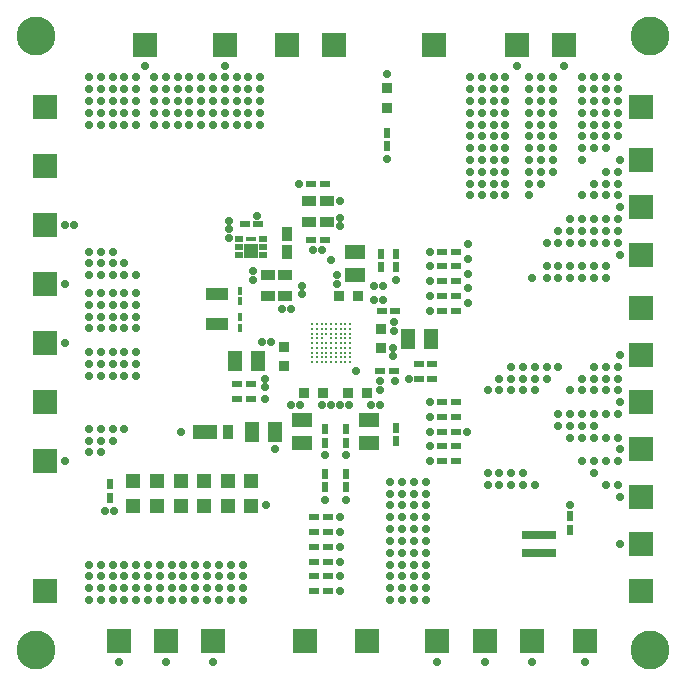
<source format=gts>
G04 ================== begin FILE IDENTIFICATION RECORD ==================*
G04 Layout Name:  BD71815GW_v4.brd*
G04 Film Name:    57537-BD71815GW_v4.gts*
G04 File Format:  Gerber RS274X*
G04 File Origin:  Cadence Allegro 16.6-S012*
G04 Origin Date:  Tue Feb 02 09:15:57 2016*
G04 *
G04 Layer:  VIA CLASS/SOLDERMASK_TOP*
G04 Layer:  PIN/SOLDERMASK_TOP*
G04 Layer:  PACKAGE GEOMETRY/SOLDERMASK_TOP*
G04 *
G04 Offset:    (0.0000 0.0000)*
G04 Mirror:    No*
G04 Mode:      Positive*
G04 Rotation:  0*
G04 FullContactRelief:  No*
G04 UndefLineWidth:     0.0000*
G04 ================== end FILE IDENTIFICATION RECORD ====================*
%FSLAX25Y25*MOMM*%
%IR0*IPPOS*OFA0.00000B0.00000*MIA0B0*SFA1.00000B1.00000*%
%ADD27R,.9X1.2*%
%ADD23R,1.2X.9*%
%ADD16R,.9X1.2*%
%ADD28C,.3*%
%ADD12C,.7*%
%ADD29R,2.9X.65*%
%ADD21R,.9X.9*%
%ADD15R,2.1X1.2*%
%ADD17R,1.9X1.1*%
%ADD25R,1.25X1.15*%
%ADD19R,1.7X1.15*%
%ADD18R,1.15X1.7*%
%ADD22R,.4X.8*%
%ADD10C,3.3*%
%ADD24R,.7X.55*%
%ADD26R,.95X.4*%
%ADD11R,2.1X2.1*%
%ADD14R,.6X.95*%
%ADD13R,1.3X1.3*%
%ADD20R,.95X.6*%
%LPD*%
G75*
G54D10*
X400000Y400000D03*
Y5600000D03*
X5600000Y400000D03*
Y5600000D03*
G54D20*
X2105000Y2525000D03*
X2220000D03*
X2105000Y2650000D03*
X2220000D03*
X2167500Y4012500D03*
X2282500D03*
X2755000Y1150000D03*
X2870000D03*
X2755000Y1400000D03*
X2870000D03*
X2755000Y1275000D03*
X2870000D03*
X2755000Y900000D03*
X2870000D03*
X2755000Y1025000D03*
X2870000D03*
X2755000Y1525000D03*
X2870000D03*
X2730000Y3875000D03*
X2845000D03*
X2730000Y4350000D03*
X2845000D03*
X3642500Y2700000D03*
Y2825000D03*
X3317500Y2762500D03*
X3432500D03*
X3330000Y3275000D03*
X3445000D03*
X3957500Y2250000D03*
X3842500D03*
Y2375000D03*
X3957500D03*
X3842500Y2500000D03*
X3957500D03*
X3842500Y2125000D03*
X3957500D03*
X3842500Y2000000D03*
X3957500D03*
X3757500Y2700000D03*
Y2825000D03*
X3842500Y3525000D03*
X3957500D03*
X3842500Y3400000D03*
X3957500D03*
X3842500Y3275000D03*
X3957500D03*
Y3775000D03*
X3842500D03*
Y3650000D03*
X3957500D03*
G54D11*
X475000Y900000D03*
Y2000000D03*
Y2500000D03*
Y3000000D03*
Y3500000D03*
Y4000000D03*
Y4500000D03*
Y5000000D03*
X1100000Y475000D03*
X1500000D03*
X1325000Y5525000D03*
X1900000Y475000D03*
X2000000Y5525000D03*
X2675000Y475000D03*
X2525000Y5525000D03*
X3200000Y475000D03*
X2925000Y5525000D03*
X3775000D03*
X4200000Y475000D03*
X3800000D03*
X4600000D03*
X4475000Y5525000D03*
X4875000D03*
X5050000Y475000D03*
X5525000Y900000D03*
Y1300000D03*
Y1700000D03*
Y2500000D03*
Y2100000D03*
Y2900000D03*
Y3300000D03*
Y3750000D03*
Y4150000D03*
Y4550000D03*
Y5000000D03*
G54D21*
X2500000Y2967500D03*
Y2807500D03*
X2670000Y2575000D03*
X2830000D03*
X3045000D03*
X2970000Y3400000D03*
X3130000D03*
X3205000Y2575000D03*
X3325000Y2957500D03*
Y3117500D03*
X3375000Y4992500D03*
Y5157500D03*
G54D12*
X950000Y825000D03*
X850000D03*
Y1125000D03*
X950000D03*
X850000Y1025000D03*
X950000D03*
Y925000D03*
X850000D03*
X950000Y2075000D03*
X850000D03*
X950000Y2175000D03*
X850000D03*
X950000Y2275000D03*
X850000D03*
X650000Y2000000D03*
X850000Y2925000D03*
X950000D03*
X850000Y2825000D03*
X950000D03*
X850000Y2725000D03*
X950000D03*
X650000Y3000000D03*
X850000Y3575000D03*
X950000D03*
X850000Y3425000D03*
X950000D03*
X850000Y3325000D03*
X950000D03*
X850000Y3225000D03*
X950000D03*
X850000Y3125000D03*
X950000D03*
X650000Y3500000D03*
X725000Y4000000D03*
X650000D03*
X850000Y3775000D03*
X950000D03*
X850000Y3675000D03*
X950000D03*
X850000Y5250000D03*
X950000D03*
Y5150000D03*
Y5050000D03*
Y4950000D03*
Y4850000D03*
X850000D03*
Y4950000D03*
Y5050000D03*
Y5150000D03*
X1100000Y300000D03*
X1500000D03*
X1450000Y825000D03*
X1150000D03*
X1350000D03*
X1250000D03*
X1050000D03*
X1250000Y1125000D03*
X1350000Y1025000D03*
X1250000D03*
X1350000Y1125000D03*
X1450000D03*
Y1025000D03*
X1050000Y1125000D03*
X1150000D03*
X1050000Y1025000D03*
X1150000D03*
X1450000Y925000D03*
X1250000D03*
X1350000D03*
X1150000D03*
X1050000D03*
X1062500Y1575000D03*
X987500D03*
X1050000Y2175000D03*
X1150000Y2275000D03*
X1050000D03*
X1250000Y2925000D03*
Y2825000D03*
X1050000Y2925000D03*
X1150000D03*
X1050000Y2825000D03*
X1150000D03*
X1250000Y2725000D03*
X1050000D03*
X1150000D03*
X1250000Y3575000D03*
X1050000D03*
X1150000D03*
X1250000Y3425000D03*
Y3325000D03*
X1050000Y3425000D03*
X1150000D03*
X1050000Y3325000D03*
X1150000D03*
X1250000Y3225000D03*
Y3125000D03*
X1050000Y3225000D03*
X1150000D03*
X1050000Y3125000D03*
X1150000D03*
X1050000Y3775000D03*
Y3675000D03*
X1150000D03*
X1400000Y5250000D03*
X1500000D03*
X1250000D03*
X1050000D03*
X1150000D03*
X1400000Y5150000D03*
Y5050000D03*
X1500000D03*
Y5150000D03*
X1400000Y4950000D03*
Y4850000D03*
X1500000D03*
Y4950000D03*
X1250000Y4850000D03*
Y4950000D03*
Y5050000D03*
Y5150000D03*
X1150000D03*
Y5050000D03*
Y4950000D03*
Y4850000D03*
X1050000D03*
Y4950000D03*
Y5050000D03*
Y5150000D03*
X1325000Y5350000D03*
X1900000Y300000D03*
X1850000Y825000D03*
X1950000D03*
X2050000D03*
X1750000D03*
X1650000D03*
X1550000D03*
X1950000Y1125000D03*
Y1025000D03*
X1850000Y1125000D03*
Y1025000D03*
X1650000D03*
X1550000D03*
X1650000Y1125000D03*
X1550000D03*
X1750000Y1025000D03*
Y1125000D03*
X1850000Y925000D03*
X1950000D03*
X2050000Y1025000D03*
Y1125000D03*
Y925000D03*
X1750000D03*
X1650000D03*
X1550000D03*
X1625000Y2250000D03*
X2037500Y4037500D03*
Y3887500D03*
Y3962500D03*
X1900000Y5250000D03*
X2000000D03*
X1800000D03*
X1600000D03*
X1700000D03*
X1900000Y5150000D03*
Y5050000D03*
X2000000D03*
Y5150000D03*
X1900000Y4950000D03*
Y4850000D03*
X2000000D03*
Y4950000D03*
X1800000Y5150000D03*
Y5050000D03*
X1600000Y5150000D03*
Y5050000D03*
X1700000D03*
Y5150000D03*
X1800000Y4950000D03*
Y4850000D03*
X1600000Y4950000D03*
Y4850000D03*
X1700000D03*
Y4950000D03*
X2000000Y5350000D03*
X2150000Y825000D03*
Y1025000D03*
Y1125000D03*
Y925000D03*
X2350000Y1625000D03*
X2337500Y2525000D03*
X2425000Y2100000D03*
X2562500Y2475000D03*
X2337500Y2625000D03*
Y2700000D03*
X2312500Y3012500D03*
X2387500D03*
X2562500Y3287500D03*
X2487500D03*
X2237500Y3537500D03*
Y3612500D03*
X2275000Y4075000D03*
X2625000Y4350000D03*
X2100000Y5250000D03*
X2200000D03*
X2300000D03*
X2100000Y5150000D03*
Y5050000D03*
X2200000D03*
Y5150000D03*
X2300000D03*
Y5050000D03*
X2100000Y4950000D03*
Y4850000D03*
X2200000D03*
Y4950000D03*
X2300000D03*
Y4850000D03*
X2975000Y1400000D03*
Y1275000D03*
Y900000D03*
Y1150000D03*
Y1025000D03*
Y1525000D03*
X2850000Y1675000D03*
X3025000D03*
X2850000Y2050000D03*
X3025000D03*
X2825000Y2475000D03*
X2900000D03*
X2975000D03*
X3050000D03*
X2637500D03*
X3112500Y2762500D03*
X2650000Y3412500D03*
Y3487500D03*
X2950000Y3575000D03*
Y3500000D03*
X2750000Y3787500D03*
X2975000Y3987500D03*
Y4062500D03*
X2825000Y3787500D03*
X2975000Y4200000D03*
X2900000Y3700000D03*
X3500000Y825000D03*
X3600000D03*
X3700000D03*
X3400000D03*
X3700000Y925000D03*
X3600000D03*
X3500000D03*
X3400000D03*
X3700000Y1025000D03*
X3600000D03*
X3500000D03*
X3400000D03*
X3700000Y1125000D03*
X3600000D03*
X3500000D03*
X3400000D03*
X3700000Y1225000D03*
X3600000D03*
X3500000D03*
X3400000D03*
X3700000Y1325000D03*
X3600000D03*
X3500000D03*
X3400000D03*
X3700000Y1425000D03*
X3600000D03*
X3500000D03*
X3400000D03*
X3700000Y1825000D03*
X3600000D03*
X3500000D03*
X3400000D03*
X3700000Y1725000D03*
X3600000D03*
X3500000D03*
X3400000D03*
X3700000Y1525000D03*
X3600000D03*
X3500000D03*
X3400000D03*
X3700000Y1625000D03*
X3600000D03*
X3500000D03*
X3400000D03*
X3737500Y2250000D03*
Y2000000D03*
Y2375000D03*
Y2500000D03*
Y2125000D03*
X3237500Y2475000D03*
X3312500D03*
X3425000Y2887500D03*
X3437500Y2675000D03*
X3425000Y2962500D03*
X3562500Y2700000D03*
X3312500Y2675000D03*
Y2600000D03*
X3337500Y3487500D03*
X3262500D03*
X3450000Y3537500D03*
X3737500Y3525000D03*
Y3400000D03*
Y3275000D03*
Y3650000D03*
X3337500Y3362500D03*
X3430000Y3105000D03*
Y3180000D03*
X3262500Y3362500D03*
X3737500Y3775000D03*
X3375000Y4562500D03*
Y5275000D03*
X4200000Y300000D03*
X3800000D03*
X4225000Y1800000D03*
Y1900000D03*
X4050000Y2250000D03*
X4225000Y2600000D03*
X4062500Y3587500D03*
Y3462500D03*
Y3337500D03*
Y3837500D03*
Y3712500D03*
X4075000Y4250000D03*
X4175000D03*
X4275000D03*
Y4350000D03*
X4175000D03*
X4075000D03*
X4275000Y4450000D03*
X4175000D03*
X4075000D03*
X4275000Y4550000D03*
X4175000D03*
X4075000D03*
X4275000Y4650000D03*
X4175000D03*
X4075000D03*
X4275000Y4750000D03*
X4175000D03*
X4075000D03*
X4275000Y4850000D03*
X4175000D03*
X4075000D03*
X4275000Y4950000D03*
X4175000D03*
X4075000D03*
X4275000Y5050000D03*
X4175000D03*
X4075000D03*
X4275000Y5150000D03*
X4175000D03*
X4075000D03*
X4275000Y5250000D03*
X4175000D03*
X4075000D03*
X4600000Y300000D03*
X4625000Y1800000D03*
X4525000D03*
X4425000D03*
X4325000D03*
X4525000Y1900000D03*
X4425000D03*
X4325000D03*
X4825000Y2400000D03*
Y2300000D03*
X4325000Y2700000D03*
X4625000Y2600000D03*
X4525000D03*
X4425000D03*
X4325000D03*
X4725000Y2700000D03*
X4625000D03*
X4525000D03*
X4425000D03*
X4825000Y2800000D03*
X4725000D03*
X4625000D03*
X4525000D03*
X4425000D03*
X4600000Y3550000D03*
X4825000D03*
X4725000D03*
X4825000Y3650000D03*
X4725000D03*
Y3850000D03*
X4825000D03*
Y3950000D03*
X4375000Y4250000D03*
Y4350000D03*
Y4450000D03*
Y4550000D03*
Y4650000D03*
Y4750000D03*
X4575000Y4250000D03*
X4675000Y4350000D03*
X4575000D03*
X4775000Y4450000D03*
X4675000D03*
X4575000D03*
X4775000Y4550000D03*
X4675000D03*
X4575000D03*
X4775000Y4650000D03*
X4675000D03*
X4575000D03*
X4775000Y4750000D03*
X4675000D03*
X4575000D03*
X4375000Y4850000D03*
Y4950000D03*
Y5050000D03*
Y5150000D03*
Y5250000D03*
X4775000Y4850000D03*
X4675000D03*
X4575000D03*
X4775000Y4950000D03*
X4675000D03*
X4575000D03*
X4775000Y5050000D03*
X4675000D03*
X4575000D03*
X4775000Y5150000D03*
X4675000D03*
X4575000D03*
X4775000Y5250000D03*
X4675000D03*
X4575000D03*
X4475000Y5350000D03*
X5050000Y300000D03*
X5350000Y1300000D03*
X5325000Y1800000D03*
X5225000D03*
X5125000Y1900000D03*
X4925000Y1625000D03*
X5350000Y1700000D03*
X5325000Y2000000D03*
X5225000D03*
X5125000D03*
X5025000D03*
X5325000Y2400000D03*
Y2200000D03*
X5225000D03*
X5125000D03*
X5025000D03*
X4925000D03*
X5225000Y2400000D03*
X5125000D03*
X5025000D03*
X4925000D03*
X5125000Y2300000D03*
X5025000D03*
X4925000D03*
X5350000Y2100000D03*
Y2500000D03*
X5325000Y2600000D03*
Y2800000D03*
X5225000D03*
X5125000D03*
X5325000Y2700000D03*
X5225000D03*
X5125000D03*
X5025000D03*
X5225000Y2600000D03*
X5125000D03*
X5025000D03*
X4925000D03*
X5350000Y2900000D03*
X5225000Y3550000D03*
X5125000D03*
X5025000D03*
X4925000D03*
X5225000Y3650000D03*
X5125000D03*
X5025000D03*
X4925000D03*
Y4050000D03*
Y3850000D03*
Y3950000D03*
X5025000Y4050000D03*
X5125000D03*
X5225000D03*
X5325000D03*
X5025000Y3850000D03*
X5125000D03*
X5225000D03*
X5325000D03*
X5025000Y3950000D03*
X5125000D03*
X5225000D03*
X5325000D03*
X5350000Y4150000D03*
Y3750000D03*
X5025000Y4550000D03*
X5225000Y4650000D03*
X5125000D03*
X5025000D03*
Y4750000D03*
X5125000D03*
X5225000D03*
X5325000D03*
Y4250000D03*
X5225000D03*
X5125000D03*
X5025000D03*
X5325000Y4350000D03*
X5225000D03*
X5125000D03*
X5325000Y4450000D03*
X5225000D03*
X5350000Y4550000D03*
X5025000Y4850000D03*
X5125000D03*
X5225000D03*
X5325000D03*
X5025000Y4950000D03*
X5125000D03*
X5225000D03*
X5325000D03*
X5025000Y5050000D03*
X5125000D03*
X5225000D03*
X5325000D03*
X5025000Y5150000D03*
X5125000D03*
X5225000D03*
X5325000D03*
X5025000Y5250000D03*
X5125000D03*
X5225000D03*
X5325000D03*
X4875000Y5350000D03*
G54D13*
X1425000Y1620000D03*
Y1830000D03*
X1225000Y1620000D03*
Y1830000D03*
X2025000Y1620000D03*
Y1830000D03*
X1825000Y1620000D03*
Y1830000D03*
X1625000Y1620000D03*
Y1830000D03*
X2225000Y1620000D03*
Y1830000D03*
G54D22*
X2125000Y3445000D03*
Y3355000D03*
Y3130000D03*
Y3220000D03*
G54D14*
X1025000Y1807500D03*
Y1692500D03*
X3025000Y1895000D03*
Y1780000D03*
X2850000Y1895000D03*
Y1780000D03*
X3025000Y2155000D03*
Y2270000D03*
X2850000Y2155000D03*
Y2270000D03*
X3450000Y2167500D03*
Y2282500D03*
Y3757500D03*
Y3642500D03*
X3325000Y3757500D03*
Y3642500D03*
X3375000Y4667500D03*
Y4782500D03*
X4925000Y1417500D03*
Y1532500D03*
G54D23*
X2512500Y3400000D03*
X2362500D03*
X2512500Y3575000D03*
X2362500D03*
X2712500Y4025000D03*
X2862500D03*
Y4200000D03*
X2712500D03*
G54D24*
X2327500Y3747500D03*
Y3812500D03*
Y3877500D03*
X2122500D03*
Y3812500D03*
Y3747500D03*
G54D15*
X1835000Y2250000D03*
G54D25*
X2225000Y3777500D03*
G54D16*
X2025000Y2250000D03*
G54D26*
X2225000Y3885000D03*
G54D17*
X1937500Y3412500D03*
Y3162500D03*
G54D18*
X2422500Y2250000D03*
X2227500D03*
X2285000Y2850000D03*
X2090000D03*
X3552500Y3037500D03*
X3747500D03*
G54D27*
X2525000Y3775000D03*
Y3925000D03*
G54D19*
X2650000Y2347500D03*
Y2152500D03*
X3100000Y3577500D03*
Y3772500D03*
X3225000Y2347500D03*
Y2152500D03*
G54D28*
X3060000Y2840000D03*
X3020000D03*
X2980000D03*
X2940000D03*
X2900000D03*
X2860000D03*
X2820000D03*
X2780000D03*
X2740000D03*
X3060000Y2880000D03*
X3020000D03*
X2980000D03*
X2940000D03*
X2900000D03*
X2860000D03*
X2820000D03*
X2780000D03*
X2740000D03*
X3060000Y2920000D03*
X3020000D03*
X2980000D03*
X2940000D03*
X2900000D03*
X2860000D03*
X2820000D03*
X2780000D03*
X2740000D03*
X3060000Y2960000D03*
X3020000D03*
X2980000D03*
X2940000D03*
X2900000D03*
X2860000D03*
X2820000D03*
X2780000D03*
X2740000D03*
X3060000Y3000000D03*
X3020000D03*
X2980000D03*
X2940000D03*
X2900000D03*
X2860000D03*
X2820000D03*
X2780000D03*
X2740000D03*
X3060000Y3040000D03*
X3020000D03*
X2980000D03*
X2940000D03*
X2900000D03*
X2820000D03*
X2780000D03*
X2740000D03*
X2860000Y2920000D03*
X2980000D03*
X2940000Y3000000D03*
X3060000Y2840000D03*
X2740000D03*
X3020000Y2960000D03*
X2780000D03*
Y2920000D03*
X2900000Y3000000D03*
X2940000Y3040000D03*
X2900000D03*
X2860000Y3000000D03*
Y2960000D03*
X2900000D03*
X2940000D03*
X2900000Y2880000D03*
Y2920000D03*
X2980000Y2960000D03*
X2820000Y3040000D03*
X2980000Y3000000D03*
X2780000Y3040000D03*
X2940000Y2920000D03*
X3020000Y3000000D03*
X2860000Y2880000D03*
X2980000D03*
X2780000Y3000000D03*
X2820000Y2960000D03*
Y3000000D03*
Y2920000D03*
X2780000Y2880000D03*
Y2840000D03*
X2940000D03*
X3020000Y3040000D03*
X2980000D03*
X3020000Y2880000D03*
Y2920000D03*
X2940000Y2880000D03*
X3060000Y3080000D03*
X3020000D03*
X2980000D03*
X2940000D03*
X2900000D03*
X2860000D03*
X2820000D03*
X2780000D03*
X2740000D03*
X3060000Y3120000D03*
X3020000D03*
X2980000D03*
X2940000D03*
X2900000D03*
X2860000D03*
X2820000D03*
X2780000D03*
X2740000D03*
X3060000Y3160000D03*
X3020000D03*
X2980000D03*
X2940000D03*
X2900000D03*
X2860000D03*
X2820000D03*
X2780000D03*
X2740000D03*
X2900000Y3080000D03*
X2940000Y3120000D03*
X2900000D03*
X2780000Y3080000D03*
Y3120000D03*
X2820000Y3080000D03*
X2860000D03*
X3020000Y3120000D03*
X2940000Y3080000D03*
X2860000Y3120000D03*
X2980000Y3080000D03*
X3020000D03*
X2980000Y3120000D03*
G54D29*
X4660000Y1225000D03*
Y1375000D03*
M02*

</source>
